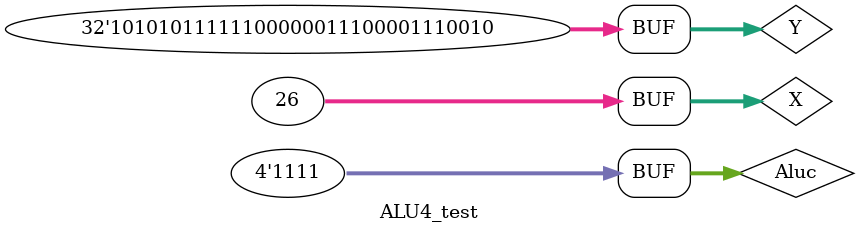
<source format=v>
`timescale 1ns / 1ps

module ALU4_test;
reg [31:0]X,Y;
reg [3:0]Aluc;
wire [31:0]R;
wire Z;
ALU4 uut(.X(X),.Y(Y),.Aluc(Aluc),.R(R),.Z(Z));
initial begin
X=32'h0000001a;Y=32'habf03872;Aluc=4'bX000;
#20;
Aluc=4'bX100;
#20;Aluc=4'bX001;#20;Aluc=4'bX101;#20;Aluc=4'bX010;#20;Aluc=4'bX110;
#20;Aluc=4'b0011;#20;Aluc=4'b0111;#20;Aluc=4'b1111;
end
endmodule

</source>
